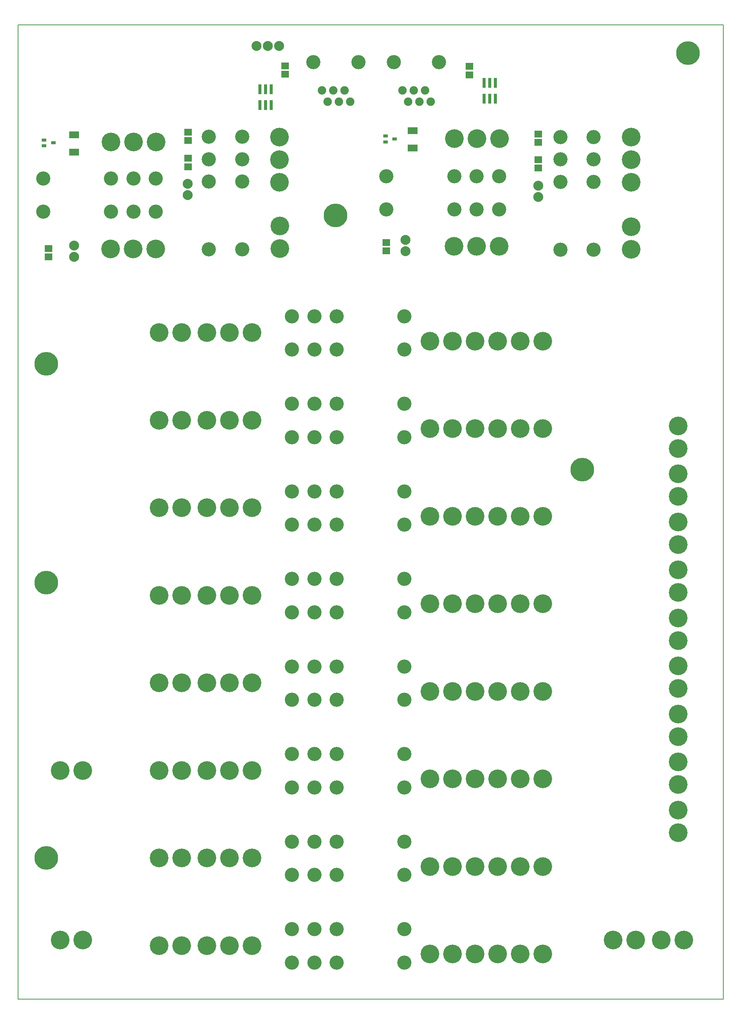
<source format=gbr>
G04 DipTrace 2.4.0.2*
%INtopmask.gbr*%
%MOIN*%
%ADD11C,0.006*%
%ADD30C,0.21*%
%ADD31C,0.126*%
%ADD38R,0.0289X0.088*%
%ADD41R,0.0415X0.0277*%
%ADD43R,0.0907X0.0631*%
%ADD45R,0.0671X0.0592*%
%ADD47C,0.0749*%
%ADD48C,0.088*%
%ADD50C,0.1655*%
%FSLAX44Y44*%
G04*
G70*
G90*
G75*
G01*
%LNTopMask*%
%LPD*%
D50*
X62440Y54690D3*
Y52690D3*
X58690Y9190D3*
X56690D3*
X7690Y24190D3*
X9690D3*
X62940Y9190D3*
X60940D3*
X7690D3*
X9690D3*
D30*
X6440Y16440D3*
Y40820D3*
Y60190D3*
X32065Y73310D3*
X63315Y87690D3*
X53940Y50810D3*
D48*
X27064Y88319D3*
X26064D3*
X25064D3*
D47*
X33381Y83382D3*
X32881Y84382D3*
X32381Y83382D3*
X31881Y84382D3*
X31381Y83382D3*
X30881Y84382D3*
D31*
X34129Y86882D3*
X30129D3*
D47*
X40507Y83382D3*
X40007Y84382D3*
X39507Y83382D3*
X39007Y84382D3*
X38507Y83382D3*
X38007Y84382D3*
D31*
X41255Y86882D3*
X37255D3*
D45*
X27625Y85820D3*
Y86568D3*
X43942Y85758D3*
Y86506D3*
D43*
X38907Y80820D3*
Y79284D3*
D48*
X38289Y71149D3*
Y70149D3*
D50*
X46589Y70590D3*
X44589D3*
X42589D3*
D41*
X36497Y80337D3*
Y79825D3*
X37324Y80081D3*
D45*
X36590Y70174D3*
Y70922D3*
D31*
Y76796D3*
Y73843D3*
X42598Y76796D3*
X44582D3*
X46566D3*
X42598Y73843D3*
X44582D3*
X46566D3*
D50*
X46610Y80111D3*
X44610D3*
X42610D3*
D43*
X8905Y80449D3*
Y78914D3*
D48*
X8927Y70655D3*
Y69655D3*
D50*
X16153Y70367D3*
X14153D3*
X12153D3*
D41*
X6259Y79994D3*
Y79482D3*
X7085Y79738D3*
D45*
X6649Y69647D3*
Y70395D3*
D38*
X45253Y83657D3*
X45753D3*
X46253D3*
Y85057D3*
X45753D3*
X45253D3*
D50*
X16188Y79818D3*
X14188D3*
X12188D3*
D31*
X6184Y76602D3*
Y73649D3*
X12191Y76602D3*
X14176D3*
X16160D3*
X12191Y73649D3*
X14176D3*
X16160D3*
D50*
X44440Y7940D3*
X42440D3*
X40440D3*
X46440D3*
X48440D3*
X50440D3*
X18440Y8690D3*
X16440D3*
X62440Y18690D3*
Y20690D3*
D31*
X38190Y7190D3*
Y10143D3*
X32182Y7190D3*
X30198D3*
X28214D3*
X32182Y10143D3*
X30198D3*
X28214D3*
D50*
X20690Y8690D3*
X22690D3*
X24690D3*
X44440Y15690D3*
X42440D3*
X40440D3*
X46440D3*
X48440D3*
X50440D3*
X18440Y16440D3*
X16440D3*
X62440Y22940D3*
Y24940D3*
D31*
X38190Y14940D3*
Y17893D3*
X32182Y14940D3*
X30198D3*
X28214D3*
X32182Y17893D3*
X30198D3*
X28214D3*
D50*
X20690Y16440D3*
X22690D3*
X24690D3*
X44440Y23440D3*
X42440D3*
X40440D3*
X46440D3*
X48440D3*
X50440D3*
X18440Y24190D3*
X16440D3*
X62440Y27190D3*
Y29190D3*
D31*
X38190Y22690D3*
Y25643D3*
X32182Y22690D3*
X30198D3*
X28214D3*
X32182Y25643D3*
X30198D3*
X28214D3*
D50*
X20690Y24190D3*
X22690D3*
X24690D3*
X44440Y31190D3*
X42440D3*
X40440D3*
X46440D3*
X48440D3*
X50440D3*
X18440Y31940D3*
X16440D3*
X62440Y31440D3*
Y33440D3*
D31*
X38190Y30440D3*
Y33393D3*
X32182Y30440D3*
X30198D3*
X28214D3*
X32182Y33393D3*
X30198D3*
X28214D3*
D50*
X20690Y31940D3*
X22690D3*
X24690D3*
X44440Y38940D3*
X42440D3*
X40440D3*
X46440D3*
X48440D3*
X50440D3*
X18440Y39690D3*
X16440D3*
X62440Y35690D3*
Y37690D3*
D31*
X38190Y38190D3*
Y41143D3*
X32182Y38190D3*
X30198D3*
X28214D3*
X32182Y41143D3*
X30198D3*
X28214D3*
D50*
X20690Y39690D3*
X22690D3*
X24690D3*
X44440Y46690D3*
X42440D3*
X40440D3*
X46440D3*
X48440D3*
X50440D3*
X18440Y47440D3*
X16440D3*
X62440Y39940D3*
Y41940D3*
D31*
X38190Y45940D3*
Y48893D3*
X32182Y45940D3*
X30198D3*
X28214D3*
X32182Y48893D3*
X30198D3*
X28214D3*
D50*
X20690Y47440D3*
X22690D3*
X24690D3*
X44440Y54440D3*
X42440D3*
X40440D3*
X46440D3*
X48440D3*
X50440D3*
X18440Y55190D3*
X16440D3*
X62440Y44190D3*
Y46190D3*
D31*
X38190Y53690D3*
Y56643D3*
X32182Y53690D3*
X30198D3*
X28214D3*
X32182Y56643D3*
X30198D3*
X28214D3*
D50*
X20690Y55190D3*
X22690D3*
X24690D3*
X44440Y62190D3*
X42440D3*
X40440D3*
X46440D3*
X48440D3*
X50440D3*
X18440Y62940D3*
X16440D3*
X62440Y48440D3*
Y50440D3*
D31*
X38190Y61440D3*
Y64393D3*
X32182Y61440D3*
X30198D3*
X28214D3*
X32182Y64393D3*
X30198D3*
X28214D3*
D50*
X20690Y62940D3*
X22690D3*
X24690D3*
X27130Y70383D3*
Y72383D3*
D48*
X18990Y75112D3*
Y76112D3*
D50*
X27127Y80256D3*
Y78256D3*
Y76256D3*
D45*
X19004Y77626D3*
Y78374D3*
D31*
X20844Y70307D3*
X23797D3*
X20844Y76315D3*
Y78300D3*
Y80284D3*
X23797Y76315D3*
Y78300D3*
Y80284D3*
D50*
X58275Y70326D3*
Y72326D3*
D48*
X50047Y74945D3*
Y75945D3*
D50*
X58273Y80242D3*
Y78242D3*
Y76242D3*
D45*
X50049Y77503D3*
Y78251D3*
D31*
X52001Y70290D3*
X54954D3*
X52001Y76298D3*
Y78282D3*
Y80266D3*
X54954Y76298D3*
Y78282D3*
Y80266D3*
D38*
X26376Y84481D3*
X25876D3*
X25376D3*
Y83081D3*
X25876D3*
X26376D3*
D45*
X19008Y80697D3*
Y79949D3*
X50057Y80524D3*
Y79776D3*
%LNBoardOutline*%
X3940Y3940D2*
D11*
X66440D1*
Y90190D1*
X3940D1*
Y3940D1*
M02*

</source>
